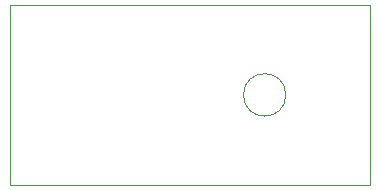
<source format=gbr>
%TF.GenerationSoftware,KiCad,Pcbnew,(6.0.6)*%
%TF.CreationDate,2022-08-15T20:08:01-05:00*%
%TF.ProjectId,RelayHK4100F,52656c61-7948-44b3-9431-3030462e6b69,rev?*%
%TF.SameCoordinates,Original*%
%TF.FileFunction,Profile,NP*%
%FSLAX46Y46*%
G04 Gerber Fmt 4.6, Leading zero omitted, Abs format (unit mm)*
G04 Created by KiCad (PCBNEW (6.0.6)) date 2022-08-15 20:08:01*
%MOMM*%
%LPD*%
G01*
G04 APERTURE LIST*
%TA.AperFunction,Profile*%
%ADD10C,0.100000*%
%TD*%
G04 APERTURE END LIST*
D10*
X135781051Y-86360000D02*
G75*
G03*
X135781051Y-86360000I-1796051J0D01*
G01*
X112395000Y-78740000D02*
X142875000Y-78740000D01*
X142875000Y-78740000D02*
X142875000Y-93980000D01*
X142875000Y-93980000D02*
X112395000Y-93980000D01*
X112395000Y-93980000D02*
X112395000Y-78740000D01*
M02*

</source>
